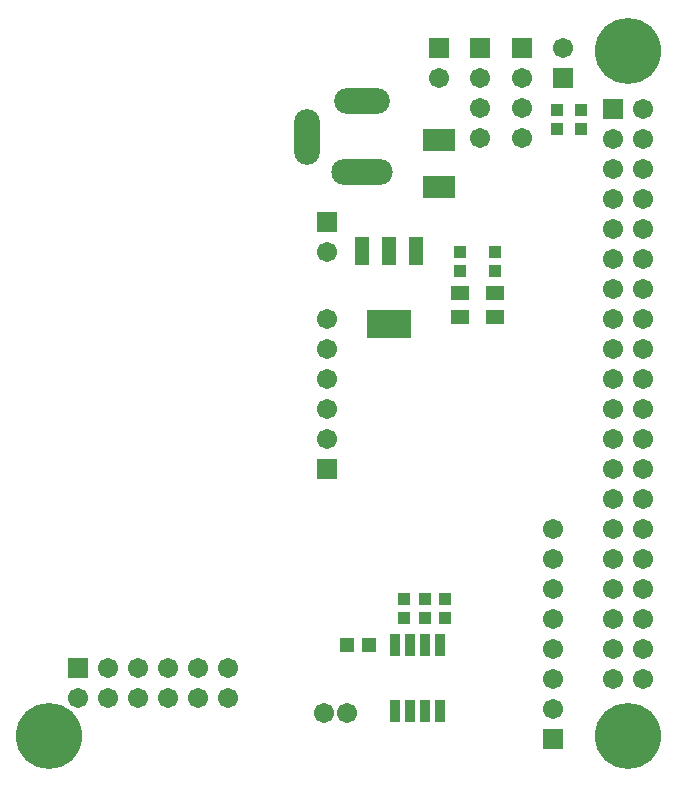
<source format=gts>
G04 Layer_Color=8388736*
%FSLAX44Y44*%
%MOMM*%
G71*
G01*
G75*
%ADD40R,1.0532X1.0032*%
%ADD41R,1.6032X1.2032*%
%ADD42C,1.7032*%
%ADD43R,1.2032X1.2032*%
%ADD44R,2.7032X1.9032*%
%ADD45R,3.7032X2.3532*%
%ADD46R,1.3032X2.3532*%
%ADD47R,1.3032X2.3532*%
%ADD48R,0.8532X1.9532*%
%ADD49R,1.7032X1.7032*%
%ADD50C,5.5948*%
%ADD51R,1.7032X1.7032*%
%ADD52O,4.7032X2.2032*%
%ADD53O,2.2032X4.7032*%
%ADD54O,5.2032X2.2032*%
D40*
X1032500Y695000D02*
D03*
Y679000D02*
D03*
X1062500Y695000D02*
D03*
Y679000D02*
D03*
X985410Y401220D02*
D03*
Y385220D02*
D03*
X1020410D02*
D03*
Y401220D02*
D03*
X1002910Y401220D02*
D03*
Y385220D02*
D03*
X1115000Y799000D02*
D03*
Y815000D02*
D03*
X1135000Y799000D02*
D03*
Y815000D02*
D03*
D41*
X1032498Y660501D02*
D03*
Y639502D02*
D03*
X1062498Y660501D02*
D03*
Y639502D02*
D03*
D42*
X917500Y305000D02*
D03*
X937500D02*
D03*
X1187700Y333700D02*
D03*
X1162300D02*
D03*
X1187700Y359100D02*
D03*
X1162300D02*
D03*
X1187700Y384500D02*
D03*
X1162300D02*
D03*
X1187700Y409900D02*
D03*
X1162300D02*
D03*
X1187700Y435300D02*
D03*
X1162300D02*
D03*
X1187700Y460700D02*
D03*
X1162300D02*
D03*
X1187700Y486100D02*
D03*
X1162300D02*
D03*
X1187700Y511500D02*
D03*
X1162300D02*
D03*
X1187700Y536900D02*
D03*
X1162300D02*
D03*
X1187700Y562300D02*
D03*
X1162300D02*
D03*
X1187700Y587700D02*
D03*
X1162300D02*
D03*
X1187700Y613100D02*
D03*
X1162300D02*
D03*
X1187700Y638500D02*
D03*
X1162300D02*
D03*
X1187700Y663900D02*
D03*
X1162300D02*
D03*
X1187700Y689300D02*
D03*
X1162300D02*
D03*
X1187700Y714700D02*
D03*
X1162300D02*
D03*
X1187700Y740100D02*
D03*
X1162300D02*
D03*
X1187700Y765500D02*
D03*
X1162300D02*
D03*
X1187700Y816300D02*
D03*
X1162300Y790900D02*
D03*
X1187700D02*
D03*
X734400Y317300D02*
D03*
Y342700D02*
D03*
X709000Y317300D02*
D03*
X759800Y342700D02*
D03*
Y317300D02*
D03*
X785200Y342700D02*
D03*
Y317300D02*
D03*
X810600Y342700D02*
D03*
Y317300D02*
D03*
X836000Y342700D02*
D03*
Y317300D02*
D03*
X1050000Y842100D02*
D03*
Y816700D02*
D03*
Y791300D02*
D03*
X1111500Y384500D02*
D03*
Y359100D02*
D03*
Y333700D02*
D03*
Y308300D02*
D03*
Y409900D02*
D03*
Y435300D02*
D03*
Y460700D02*
D03*
X920238Y638500D02*
D03*
Y536900D02*
D03*
Y562300D02*
D03*
Y587700D02*
D03*
Y613100D02*
D03*
X920000Y694600D02*
D03*
X1015000Y842100D02*
D03*
X1085000D02*
D03*
Y816700D02*
D03*
Y791300D02*
D03*
X1120000Y867500D02*
D03*
D43*
X955500Y362500D02*
D03*
X937500D02*
D03*
D44*
X1015000Y790000D02*
D03*
Y750000D02*
D03*
D45*
X972500Y634000D02*
D03*
D46*
X949500Y696000D02*
D03*
X995500D02*
D03*
D47*
X972500D02*
D03*
D48*
X1002960Y362050D02*
D03*
X990260D02*
D03*
X977560D02*
D03*
X1015660D02*
D03*
X977560Y306050D02*
D03*
X990260D02*
D03*
X1002960D02*
D03*
X1015660D02*
D03*
D49*
X1162300Y816300D02*
D03*
D50*
X1175000Y865000D02*
D03*
X685000Y285000D02*
D03*
X1175000D02*
D03*
D51*
X709000Y342700D02*
D03*
X1050000Y867500D02*
D03*
X1111500Y282900D02*
D03*
X920238Y511500D02*
D03*
X920000Y720000D02*
D03*
X1015000Y867500D02*
D03*
X1085000D02*
D03*
X1120000Y842100D02*
D03*
D52*
X950000Y822500D02*
D03*
D53*
X903000Y792500D02*
D03*
D54*
X950000Y762500D02*
D03*
M02*

</source>
